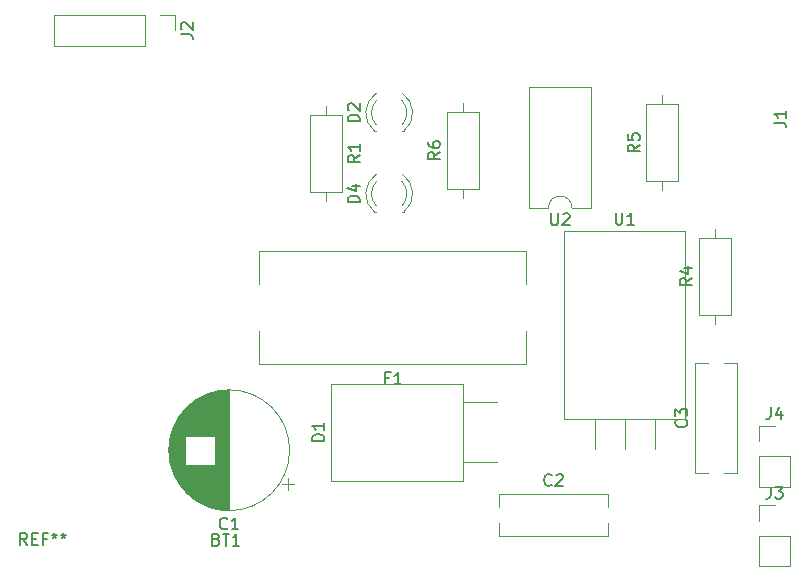
<source format=gbr>
G04 #@! TF.GenerationSoftware,KiCad,Pcbnew,5.0.2+dfsg1-1*
G04 #@! TF.CreationDate,2019-09-07T17:28:14+02:00*
G04 #@! TF.ProjectId,carte-alim,63617274-652d-4616-9c69-6d2e6b696361,rev?*
G04 #@! TF.SameCoordinates,PXb647d18PY5d9f878*
G04 #@! TF.FileFunction,Legend,Top*
G04 #@! TF.FilePolarity,Positive*
%FSLAX46Y46*%
G04 Gerber Fmt 4.6, Leading zero omitted, Abs format (unit mm)*
G04 Created by KiCad (PCBNEW 5.0.2+dfsg1-1) date sam. 07 sept. 2019 17:28:14 CEST*
%MOMM*%
%LPD*%
G01*
G04 APERTURE LIST*
%ADD10C,0.120000*%
%ADD11C,0.150000*%
G04 APERTURE END LIST*
D10*
G04 #@! TO.C,C2*
X47867000Y4923000D02*
X47867000Y3818000D01*
X47867000Y7358000D02*
X47867000Y6253000D01*
X38627000Y4923000D02*
X38627000Y3818000D01*
X38627000Y7358000D02*
X38627000Y6253000D01*
X38627000Y3818000D02*
X47867000Y3818000D01*
X38627000Y7358000D02*
X47867000Y7358000D01*
G04 #@! TO.C,C3*
X55253000Y9163000D02*
X55253000Y18403000D01*
X58793000Y9163000D02*
X58793000Y18403000D01*
X55253000Y9163000D02*
X56358000Y9163000D01*
X57688000Y9163000D02*
X58793000Y9163000D01*
X55253000Y18403000D02*
X56358000Y18403000D01*
X57688000Y18403000D02*
X58793000Y18403000D01*
G04 #@! TO.C,D1*
X35617000Y8453000D02*
X35617000Y16693000D01*
X24377000Y8453000D02*
X24377000Y16693000D01*
X24377000Y8453000D02*
X35617000Y8453000D01*
X24377000Y16693000D02*
X35617000Y16693000D01*
X35617000Y10033000D02*
X38447000Y10033000D01*
X35617000Y15113000D02*
X38431000Y15113000D01*
G04 #@! TO.C,D2*
X28258392Y41296335D02*
G75*
G03X28101484Y38064000I1078608J-1672335D01*
G01*
X30415608Y41296335D02*
G75*
G02X30572516Y38064000I-1078608J-1672335D01*
G01*
X28257163Y40665130D02*
G75*
G03X28257000Y38583039I1079837J-1041130D01*
G01*
X30416837Y40665130D02*
G75*
G02X30417000Y38583039I-1079837J-1041130D01*
G01*
X28101000Y38064000D02*
X28257000Y38064000D01*
X30417000Y38064000D02*
X30573000Y38064000D01*
G04 #@! TO.C,D4*
X30417000Y31206000D02*
X30573000Y31206000D01*
X28101000Y31206000D02*
X28257000Y31206000D01*
X30416837Y33807130D02*
G75*
G02X30417000Y31725039I-1079837J-1041130D01*
G01*
X28257163Y33807130D02*
G75*
G03X28257000Y31725039I1079837J-1041130D01*
G01*
X30415608Y34438335D02*
G75*
G02X30572516Y31206000I-1078608J-1672335D01*
G01*
X28258392Y34438335D02*
G75*
G03X28101484Y31206000I1078608J-1672335D01*
G01*
G04 #@! TO.C,F1*
X18294000Y27914000D02*
X18294000Y25114000D01*
X18294000Y21114000D02*
X18294000Y18314000D01*
X40894000Y21114000D02*
X40894000Y18314000D01*
X40894000Y18314000D02*
X18294000Y18314000D01*
X40894000Y27914000D02*
X18294000Y27914000D01*
X40894000Y27914000D02*
X40894000Y25114000D01*
G04 #@! TO.C,J2*
X956000Y47939000D02*
X956000Y45279000D01*
X8636000Y47939000D02*
X956000Y47939000D01*
X8636000Y45279000D02*
X956000Y45279000D01*
X8636000Y47939000D02*
X8636000Y45279000D01*
X9906000Y47939000D02*
X11236000Y47939000D01*
X11236000Y47939000D02*
X11236000Y46609000D01*
G04 #@! TO.C,J3*
X60646000Y1210000D02*
X63306000Y1210000D01*
X60646000Y3810000D02*
X60646000Y1210000D01*
X63306000Y3810000D02*
X63306000Y1210000D01*
X60646000Y3810000D02*
X63306000Y3810000D01*
X60646000Y5080000D02*
X60646000Y6410000D01*
X60646000Y6410000D02*
X61976000Y6410000D01*
G04 #@! TO.C,J4*
X60646000Y13141000D02*
X61976000Y13141000D01*
X60646000Y11811000D02*
X60646000Y13141000D01*
X60646000Y10541000D02*
X63306000Y10541000D01*
X63306000Y10541000D02*
X63306000Y7941000D01*
X60646000Y10541000D02*
X60646000Y7941000D01*
X60646000Y7941000D02*
X63306000Y7941000D01*
G04 #@! TO.C,R1*
X25373000Y39465000D02*
X22633000Y39465000D01*
X22633000Y39465000D02*
X22633000Y32925000D01*
X22633000Y32925000D02*
X25373000Y32925000D01*
X25373000Y32925000D02*
X25373000Y39465000D01*
X24003000Y40235000D02*
X24003000Y39465000D01*
X24003000Y32155000D02*
X24003000Y32925000D01*
G04 #@! TO.C,R4*
X56896000Y29821000D02*
X56896000Y29051000D01*
X56896000Y21741000D02*
X56896000Y22511000D01*
X55526000Y29051000D02*
X55526000Y22511000D01*
X58266000Y29051000D02*
X55526000Y29051000D01*
X58266000Y22511000D02*
X58266000Y29051000D01*
X55526000Y22511000D02*
X58266000Y22511000D01*
G04 #@! TO.C,R5*
X51081000Y33814000D02*
X53821000Y33814000D01*
X53821000Y33814000D02*
X53821000Y40354000D01*
X53821000Y40354000D02*
X51081000Y40354000D01*
X51081000Y40354000D02*
X51081000Y33814000D01*
X52451000Y33044000D02*
X52451000Y33814000D01*
X52451000Y41124000D02*
X52451000Y40354000D01*
G04 #@! TO.C,R6*
X35560000Y40489000D02*
X35560000Y39719000D01*
X35560000Y32409000D02*
X35560000Y33179000D01*
X34190000Y39719000D02*
X34190000Y33179000D01*
X36930000Y39719000D02*
X34190000Y39719000D01*
X36930000Y33179000D02*
X36930000Y39719000D01*
X34190000Y33179000D02*
X36930000Y33179000D01*
G04 #@! TO.C,U1*
X44156000Y13723000D02*
X54396000Y13723000D01*
X44156000Y29613000D02*
X54396000Y29613000D01*
X44156000Y29613000D02*
X44156000Y13723000D01*
X54396000Y29613000D02*
X54396000Y13723000D01*
X46736000Y13723000D02*
X46736000Y11183000D01*
X49276000Y13723000D02*
X49276000Y11183000D01*
X51816000Y13723000D02*
X51816000Y11183000D01*
G04 #@! TO.C,U2*
X42815000Y31563000D02*
G75*
G02X44815000Y31563000I1000000J0D01*
G01*
X44815000Y31563000D02*
X46465000Y31563000D01*
X46465000Y31563000D02*
X46465000Y41843000D01*
X46465000Y41843000D02*
X41165000Y41843000D01*
X41165000Y41843000D02*
X41165000Y31563000D01*
X41165000Y31563000D02*
X42815000Y31563000D01*
G04 #@! TO.C,C1*
X20908000Y11049000D02*
G75*
G03X20908000Y11049000I-5120000J0D01*
G01*
X15788000Y5969000D02*
X15788000Y16129000D01*
X15748000Y5969000D02*
X15748000Y16129000D01*
X15708000Y5969000D02*
X15708000Y16129000D01*
X15668000Y5970000D02*
X15668000Y16128000D01*
X15628000Y5971000D02*
X15628000Y16127000D01*
X15588000Y5972000D02*
X15588000Y16126000D01*
X15548000Y5974000D02*
X15548000Y16124000D01*
X15508000Y5976000D02*
X15508000Y16122000D01*
X15468000Y5979000D02*
X15468000Y16119000D01*
X15428000Y5981000D02*
X15428000Y16117000D01*
X15388000Y5984000D02*
X15388000Y16114000D01*
X15348000Y5987000D02*
X15348000Y16111000D01*
X15308000Y5991000D02*
X15308000Y16107000D01*
X15268000Y5995000D02*
X15268000Y16103000D01*
X15228000Y5999000D02*
X15228000Y16099000D01*
X15188000Y6004000D02*
X15188000Y16094000D01*
X15148000Y6009000D02*
X15148000Y16089000D01*
X15108000Y6014000D02*
X15108000Y16084000D01*
X15067000Y6019000D02*
X15067000Y16079000D01*
X15027000Y6025000D02*
X15027000Y16073000D01*
X14987000Y6031000D02*
X14987000Y16067000D01*
X14947000Y6038000D02*
X14947000Y16060000D01*
X14907000Y6045000D02*
X14907000Y16053000D01*
X14867000Y6052000D02*
X14867000Y16046000D01*
X14827000Y6059000D02*
X14827000Y16039000D01*
X14787000Y6067000D02*
X14787000Y16031000D01*
X14747000Y6075000D02*
X14747000Y16023000D01*
X14707000Y6084000D02*
X14707000Y16014000D01*
X14667000Y6093000D02*
X14667000Y16005000D01*
X14627000Y6102000D02*
X14627000Y15996000D01*
X14587000Y6111000D02*
X14587000Y15987000D01*
X14547000Y6121000D02*
X14547000Y15977000D01*
X14507000Y6131000D02*
X14507000Y9808000D01*
X14507000Y12290000D02*
X14507000Y15967000D01*
X14467000Y6142000D02*
X14467000Y9808000D01*
X14467000Y12290000D02*
X14467000Y15956000D01*
X14427000Y6152000D02*
X14427000Y9808000D01*
X14427000Y12290000D02*
X14427000Y15946000D01*
X14387000Y6164000D02*
X14387000Y9808000D01*
X14387000Y12290000D02*
X14387000Y15934000D01*
X14347000Y6175000D02*
X14347000Y9808000D01*
X14347000Y12290000D02*
X14347000Y15923000D01*
X14307000Y6187000D02*
X14307000Y9808000D01*
X14307000Y12290000D02*
X14307000Y15911000D01*
X14267000Y6199000D02*
X14267000Y9808000D01*
X14267000Y12290000D02*
X14267000Y15899000D01*
X14227000Y6212000D02*
X14227000Y9808000D01*
X14227000Y12290000D02*
X14227000Y15886000D01*
X14187000Y6225000D02*
X14187000Y9808000D01*
X14187000Y12290000D02*
X14187000Y15873000D01*
X14147000Y6238000D02*
X14147000Y9808000D01*
X14147000Y12290000D02*
X14147000Y15860000D01*
X14107000Y6252000D02*
X14107000Y9808000D01*
X14107000Y12290000D02*
X14107000Y15846000D01*
X14067000Y6266000D02*
X14067000Y9808000D01*
X14067000Y12290000D02*
X14067000Y15832000D01*
X14027000Y6281000D02*
X14027000Y9808000D01*
X14027000Y12290000D02*
X14027000Y15817000D01*
X13987000Y6295000D02*
X13987000Y9808000D01*
X13987000Y12290000D02*
X13987000Y15803000D01*
X13947000Y6311000D02*
X13947000Y9808000D01*
X13947000Y12290000D02*
X13947000Y15787000D01*
X13907000Y6326000D02*
X13907000Y9808000D01*
X13907000Y12290000D02*
X13907000Y15772000D01*
X13867000Y6342000D02*
X13867000Y9808000D01*
X13867000Y12290000D02*
X13867000Y15756000D01*
X13827000Y6359000D02*
X13827000Y9808000D01*
X13827000Y12290000D02*
X13827000Y15739000D01*
X13787000Y6375000D02*
X13787000Y9808000D01*
X13787000Y12290000D02*
X13787000Y15723000D01*
X13747000Y6392000D02*
X13747000Y9808000D01*
X13747000Y12290000D02*
X13747000Y15706000D01*
X13707000Y6410000D02*
X13707000Y9808000D01*
X13707000Y12290000D02*
X13707000Y15688000D01*
X13667000Y6428000D02*
X13667000Y9808000D01*
X13667000Y12290000D02*
X13667000Y15670000D01*
X13627000Y6446000D02*
X13627000Y9808000D01*
X13627000Y12290000D02*
X13627000Y15652000D01*
X13587000Y6465000D02*
X13587000Y9808000D01*
X13587000Y12290000D02*
X13587000Y15633000D01*
X13547000Y6485000D02*
X13547000Y9808000D01*
X13547000Y12290000D02*
X13547000Y15613000D01*
X13507000Y6504000D02*
X13507000Y9808000D01*
X13507000Y12290000D02*
X13507000Y15594000D01*
X13467000Y6524000D02*
X13467000Y9808000D01*
X13467000Y12290000D02*
X13467000Y15574000D01*
X13427000Y6545000D02*
X13427000Y9808000D01*
X13427000Y12290000D02*
X13427000Y15553000D01*
X13387000Y6566000D02*
X13387000Y9808000D01*
X13387000Y12290000D02*
X13387000Y15532000D01*
X13347000Y6587000D02*
X13347000Y9808000D01*
X13347000Y12290000D02*
X13347000Y15511000D01*
X13307000Y6609000D02*
X13307000Y9808000D01*
X13307000Y12290000D02*
X13307000Y15489000D01*
X13267000Y6632000D02*
X13267000Y9808000D01*
X13267000Y12290000D02*
X13267000Y15466000D01*
X13227000Y6654000D02*
X13227000Y9808000D01*
X13227000Y12290000D02*
X13227000Y15444000D01*
X13187000Y6678000D02*
X13187000Y9808000D01*
X13187000Y12290000D02*
X13187000Y15420000D01*
X13147000Y6702000D02*
X13147000Y9808000D01*
X13147000Y12290000D02*
X13147000Y15396000D01*
X13107000Y6726000D02*
X13107000Y9808000D01*
X13107000Y12290000D02*
X13107000Y15372000D01*
X13067000Y6751000D02*
X13067000Y9808000D01*
X13067000Y12290000D02*
X13067000Y15347000D01*
X13027000Y6776000D02*
X13027000Y9808000D01*
X13027000Y12290000D02*
X13027000Y15322000D01*
X12987000Y6802000D02*
X12987000Y9808000D01*
X12987000Y12290000D02*
X12987000Y15296000D01*
X12947000Y6828000D02*
X12947000Y9808000D01*
X12947000Y12290000D02*
X12947000Y15270000D01*
X12907000Y6855000D02*
X12907000Y9808000D01*
X12907000Y12290000D02*
X12907000Y15243000D01*
X12867000Y6883000D02*
X12867000Y9808000D01*
X12867000Y12290000D02*
X12867000Y15215000D01*
X12827000Y6911000D02*
X12827000Y9808000D01*
X12827000Y12290000D02*
X12827000Y15187000D01*
X12787000Y6939000D02*
X12787000Y9808000D01*
X12787000Y12290000D02*
X12787000Y15159000D01*
X12747000Y6969000D02*
X12747000Y9808000D01*
X12747000Y12290000D02*
X12747000Y15129000D01*
X12707000Y6999000D02*
X12707000Y9808000D01*
X12707000Y12290000D02*
X12707000Y15099000D01*
X12667000Y7029000D02*
X12667000Y9808000D01*
X12667000Y12290000D02*
X12667000Y15069000D01*
X12627000Y7060000D02*
X12627000Y9808000D01*
X12627000Y12290000D02*
X12627000Y15038000D01*
X12587000Y7092000D02*
X12587000Y9808000D01*
X12587000Y12290000D02*
X12587000Y15006000D01*
X12547000Y7124000D02*
X12547000Y9808000D01*
X12547000Y12290000D02*
X12547000Y14974000D01*
X12507000Y7157000D02*
X12507000Y9808000D01*
X12507000Y12290000D02*
X12507000Y14941000D01*
X12467000Y7191000D02*
X12467000Y9808000D01*
X12467000Y12290000D02*
X12467000Y14907000D01*
X12427000Y7225000D02*
X12427000Y9808000D01*
X12427000Y12290000D02*
X12427000Y14873000D01*
X12387000Y7260000D02*
X12387000Y9808000D01*
X12387000Y12290000D02*
X12387000Y14838000D01*
X12347000Y7296000D02*
X12347000Y9808000D01*
X12347000Y12290000D02*
X12347000Y14802000D01*
X12307000Y7333000D02*
X12307000Y9808000D01*
X12307000Y12290000D02*
X12307000Y14765000D01*
X12267000Y7370000D02*
X12267000Y9808000D01*
X12267000Y12290000D02*
X12267000Y14728000D01*
X12227000Y7409000D02*
X12227000Y9808000D01*
X12227000Y12290000D02*
X12227000Y14689000D01*
X12187000Y7448000D02*
X12187000Y9808000D01*
X12187000Y12290000D02*
X12187000Y14650000D01*
X12147000Y7488000D02*
X12147000Y9808000D01*
X12147000Y12290000D02*
X12147000Y14610000D01*
X12107000Y7529000D02*
X12107000Y9808000D01*
X12107000Y12290000D02*
X12107000Y14569000D01*
X12067000Y7571000D02*
X12067000Y9808000D01*
X12067000Y12290000D02*
X12067000Y14527000D01*
X12027000Y7613000D02*
X12027000Y14485000D01*
X11987000Y7657000D02*
X11987000Y14441000D01*
X11947000Y7702000D02*
X11947000Y14396000D01*
X11907000Y7748000D02*
X11907000Y14350000D01*
X11867000Y7795000D02*
X11867000Y14303000D01*
X11827000Y7843000D02*
X11827000Y14255000D01*
X11787000Y7893000D02*
X11787000Y14205000D01*
X11747000Y7943000D02*
X11747000Y14155000D01*
X11707000Y7995000D02*
X11707000Y14103000D01*
X11667000Y8049000D02*
X11667000Y14049000D01*
X11627000Y8104000D02*
X11627000Y13994000D01*
X11587000Y8160000D02*
X11587000Y13938000D01*
X11547000Y8219000D02*
X11547000Y13879000D01*
X11507000Y8279000D02*
X11507000Y13819000D01*
X11467000Y8340000D02*
X11467000Y13758000D01*
X11427000Y8404000D02*
X11427000Y13694000D01*
X11387000Y8470000D02*
X11387000Y13628000D01*
X11347000Y8539000D02*
X11347000Y13559000D01*
X11307000Y8610000D02*
X11307000Y13488000D01*
X11267000Y8684000D02*
X11267000Y13414000D01*
X11227000Y8760000D02*
X11227000Y13338000D01*
X11187000Y8840000D02*
X11187000Y13258000D01*
X11147000Y8924000D02*
X11147000Y13174000D01*
X11107000Y9012000D02*
X11107000Y13086000D01*
X11067000Y9105000D02*
X11067000Y12993000D01*
X11027000Y9203000D02*
X11027000Y12895000D01*
X10987000Y9307000D02*
X10987000Y12791000D01*
X10947000Y9419000D02*
X10947000Y12679000D01*
X10907000Y9539000D02*
X10907000Y12559000D01*
X10867000Y9671000D02*
X10867000Y12427000D01*
X10827000Y9819000D02*
X10827000Y12279000D01*
X10787000Y9987000D02*
X10787000Y12111000D01*
X10747000Y10187000D02*
X10747000Y11911000D01*
X10707000Y10450000D02*
X10707000Y11648000D01*
X21267646Y8174000D02*
X20267646Y8174000D01*
X20767646Y7674000D02*
X20767646Y8674000D01*
G04 #@! TO.C,BT1*
D11*
X14708285Y3500429D02*
X14851142Y3452810D01*
X14898761Y3405191D01*
X14946380Y3309953D01*
X14946380Y3167096D01*
X14898761Y3071858D01*
X14851142Y3024239D01*
X14755904Y2976620D01*
X14374952Y2976620D01*
X14374952Y3976620D01*
X14708285Y3976620D01*
X14803523Y3929000D01*
X14851142Y3881381D01*
X14898761Y3786143D01*
X14898761Y3690905D01*
X14851142Y3595667D01*
X14803523Y3548048D01*
X14708285Y3500429D01*
X14374952Y3500429D01*
X15232095Y3976620D02*
X15803523Y3976620D01*
X15517809Y2976620D02*
X15517809Y3976620D01*
X16660666Y2976620D02*
X16089238Y2976620D01*
X16374952Y2976620D02*
X16374952Y3976620D01*
X16279714Y3833762D01*
X16184476Y3738524D01*
X16089238Y3690905D01*
G04 #@! TO.C,C2*
X43080333Y8130858D02*
X43032714Y8083239D01*
X42889857Y8035620D01*
X42794619Y8035620D01*
X42651761Y8083239D01*
X42556523Y8178477D01*
X42508904Y8273715D01*
X42461285Y8464191D01*
X42461285Y8607048D01*
X42508904Y8797524D01*
X42556523Y8892762D01*
X42651761Y8988000D01*
X42794619Y9035620D01*
X42889857Y9035620D01*
X43032714Y8988000D01*
X43080333Y8940381D01*
X43461285Y8940381D02*
X43508904Y8988000D01*
X43604142Y9035620D01*
X43842238Y9035620D01*
X43937476Y8988000D01*
X43985095Y8940381D01*
X44032714Y8845143D01*
X44032714Y8749905D01*
X43985095Y8607048D01*
X43413666Y8035620D01*
X44032714Y8035620D01*
G04 #@! TO.C,C3*
X54480142Y13616334D02*
X54527761Y13568715D01*
X54575380Y13425858D01*
X54575380Y13330620D01*
X54527761Y13187762D01*
X54432523Y13092524D01*
X54337285Y13044905D01*
X54146809Y12997286D01*
X54003952Y12997286D01*
X53813476Y13044905D01*
X53718238Y13092524D01*
X53623000Y13187762D01*
X53575380Y13330620D01*
X53575380Y13425858D01*
X53623000Y13568715D01*
X53670619Y13616334D01*
X53575380Y13949667D02*
X53575380Y14568715D01*
X53956333Y14235381D01*
X53956333Y14378239D01*
X54003952Y14473477D01*
X54051571Y14521096D01*
X54146809Y14568715D01*
X54384904Y14568715D01*
X54480142Y14521096D01*
X54527761Y14473477D01*
X54575380Y14378239D01*
X54575380Y14092524D01*
X54527761Y13997286D01*
X54480142Y13949667D01*
G04 #@! TO.C,D1*
X23829380Y11834905D02*
X22829380Y11834905D01*
X22829380Y12073000D01*
X22877000Y12215858D01*
X22972238Y12311096D01*
X23067476Y12358715D01*
X23257952Y12406334D01*
X23400809Y12406334D01*
X23591285Y12358715D01*
X23686523Y12311096D01*
X23781761Y12215858D01*
X23829380Y12073000D01*
X23829380Y11834905D01*
X23829380Y13358715D02*
X23829380Y12787286D01*
X23829380Y13073000D02*
X22829380Y13073000D01*
X22972238Y12977762D01*
X23067476Y12882524D01*
X23115095Y12787286D01*
G04 #@! TO.C,D2*
X26829380Y38885905D02*
X25829380Y38885905D01*
X25829380Y39124000D01*
X25877000Y39266858D01*
X25972238Y39362096D01*
X26067476Y39409715D01*
X26257952Y39457334D01*
X26400809Y39457334D01*
X26591285Y39409715D01*
X26686523Y39362096D01*
X26781761Y39266858D01*
X26829380Y39124000D01*
X26829380Y38885905D01*
X25924619Y39838286D02*
X25877000Y39885905D01*
X25829380Y39981143D01*
X25829380Y40219239D01*
X25877000Y40314477D01*
X25924619Y40362096D01*
X26019857Y40409715D01*
X26115095Y40409715D01*
X26257952Y40362096D01*
X26829380Y39790667D01*
X26829380Y40409715D01*
G04 #@! TO.C,D4*
X26829380Y32027905D02*
X25829380Y32027905D01*
X25829380Y32266000D01*
X25877000Y32408858D01*
X25972238Y32504096D01*
X26067476Y32551715D01*
X26257952Y32599334D01*
X26400809Y32599334D01*
X26591285Y32551715D01*
X26686523Y32504096D01*
X26781761Y32408858D01*
X26829380Y32266000D01*
X26829380Y32027905D01*
X26162714Y33456477D02*
X26829380Y33456477D01*
X25781761Y33218381D02*
X26496047Y32980286D01*
X26496047Y33599334D01*
G04 #@! TO.C,F1*
X29310666Y17185429D02*
X28977333Y17185429D01*
X28977333Y16661620D02*
X28977333Y17661620D01*
X29453523Y17661620D01*
X30358285Y16661620D02*
X29786857Y16661620D01*
X30072571Y16661620D02*
X30072571Y17661620D01*
X29977333Y17518762D01*
X29882095Y17423524D01*
X29786857Y17375905D01*
G04 #@! TO.C,J1*
X61936380Y38782667D02*
X62650666Y38782667D01*
X62793523Y38735048D01*
X62888761Y38639810D01*
X62936380Y38496953D01*
X62936380Y38401715D01*
X62936380Y39782667D02*
X62936380Y39211239D01*
X62936380Y39496953D02*
X61936380Y39496953D01*
X62079238Y39401715D01*
X62174476Y39306477D01*
X62222095Y39211239D01*
G04 #@! TO.C,J2*
X11688380Y46275667D02*
X12402666Y46275667D01*
X12545523Y46228048D01*
X12640761Y46132810D01*
X12688380Y45989953D01*
X12688380Y45894715D01*
X11783619Y46704239D02*
X11736000Y46751858D01*
X11688380Y46847096D01*
X11688380Y47085191D01*
X11736000Y47180429D01*
X11783619Y47228048D01*
X11878857Y47275667D01*
X11974095Y47275667D01*
X12116952Y47228048D01*
X12688380Y46656620D01*
X12688380Y47275667D01*
G04 #@! TO.C,J3*
X61642666Y7957620D02*
X61642666Y7243334D01*
X61595047Y7100477D01*
X61499809Y7005239D01*
X61356952Y6957620D01*
X61261714Y6957620D01*
X62023619Y7957620D02*
X62642666Y7957620D01*
X62309333Y7576667D01*
X62452190Y7576667D01*
X62547428Y7529048D01*
X62595047Y7481429D01*
X62642666Y7386191D01*
X62642666Y7148096D01*
X62595047Y7052858D01*
X62547428Y7005239D01*
X62452190Y6957620D01*
X62166476Y6957620D01*
X62071238Y7005239D01*
X62023619Y7052858D01*
G04 #@! TO.C,J4*
X61642666Y14688620D02*
X61642666Y13974334D01*
X61595047Y13831477D01*
X61499809Y13736239D01*
X61356952Y13688620D01*
X61261714Y13688620D01*
X62547428Y14355286D02*
X62547428Y13688620D01*
X62309333Y14736239D02*
X62071238Y14021953D01*
X62690285Y14021953D01*
G04 #@! TO.C,R1*
X26825380Y36028334D02*
X26349190Y35695000D01*
X26825380Y35456905D02*
X25825380Y35456905D01*
X25825380Y35837858D01*
X25873000Y35933096D01*
X25920619Y35980715D01*
X26015857Y36028334D01*
X26158714Y36028334D01*
X26253952Y35980715D01*
X26301571Y35933096D01*
X26349190Y35837858D01*
X26349190Y35456905D01*
X26825380Y36980715D02*
X26825380Y36409286D01*
X26825380Y36695000D02*
X25825380Y36695000D01*
X25968238Y36599762D01*
X26063476Y36504524D01*
X26111095Y36409286D01*
G04 #@! TO.C,R4*
X54978380Y25614334D02*
X54502190Y25281000D01*
X54978380Y25042905D02*
X53978380Y25042905D01*
X53978380Y25423858D01*
X54026000Y25519096D01*
X54073619Y25566715D01*
X54168857Y25614334D01*
X54311714Y25614334D01*
X54406952Y25566715D01*
X54454571Y25519096D01*
X54502190Y25423858D01*
X54502190Y25042905D01*
X54311714Y26471477D02*
X54978380Y26471477D01*
X53930761Y26233381D02*
X54645047Y25995286D01*
X54645047Y26614334D01*
G04 #@! TO.C,R5*
X50533380Y36917334D02*
X50057190Y36584000D01*
X50533380Y36345905D02*
X49533380Y36345905D01*
X49533380Y36726858D01*
X49581000Y36822096D01*
X49628619Y36869715D01*
X49723857Y36917334D01*
X49866714Y36917334D01*
X49961952Y36869715D01*
X50009571Y36822096D01*
X50057190Y36726858D01*
X50057190Y36345905D01*
X49533380Y37822096D02*
X49533380Y37345905D01*
X50009571Y37298286D01*
X49961952Y37345905D01*
X49914333Y37441143D01*
X49914333Y37679239D01*
X49961952Y37774477D01*
X50009571Y37822096D01*
X50104809Y37869715D01*
X50342904Y37869715D01*
X50438142Y37822096D01*
X50485761Y37774477D01*
X50533380Y37679239D01*
X50533380Y37441143D01*
X50485761Y37345905D01*
X50438142Y37298286D01*
G04 #@! TO.C,R6*
X33642380Y36282334D02*
X33166190Y35949000D01*
X33642380Y35710905D02*
X32642380Y35710905D01*
X32642380Y36091858D01*
X32690000Y36187096D01*
X32737619Y36234715D01*
X32832857Y36282334D01*
X32975714Y36282334D01*
X33070952Y36234715D01*
X33118571Y36187096D01*
X33166190Y36091858D01*
X33166190Y35710905D01*
X32642380Y37139477D02*
X32642380Y36949000D01*
X32690000Y36853762D01*
X32737619Y36806143D01*
X32880476Y36710905D01*
X33070952Y36663286D01*
X33451904Y36663286D01*
X33547142Y36710905D01*
X33594761Y36758524D01*
X33642380Y36853762D01*
X33642380Y37044239D01*
X33594761Y37139477D01*
X33547142Y37187096D01*
X33451904Y37234715D01*
X33213809Y37234715D01*
X33118571Y37187096D01*
X33070952Y37139477D01*
X33023333Y37044239D01*
X33023333Y36853762D01*
X33070952Y36758524D01*
X33118571Y36710905D01*
X33213809Y36663286D01*
G04 #@! TO.C,U1*
X48514095Y31160620D02*
X48514095Y30351096D01*
X48561714Y30255858D01*
X48609333Y30208239D01*
X48704571Y30160620D01*
X48895047Y30160620D01*
X48990285Y30208239D01*
X49037904Y30255858D01*
X49085523Y30351096D01*
X49085523Y31160620D01*
X50085523Y30160620D02*
X49514095Y30160620D01*
X49799809Y30160620D02*
X49799809Y31160620D01*
X49704571Y31017762D01*
X49609333Y30922524D01*
X49514095Y30874905D01*
G04 #@! TO.C,U2*
X43053095Y31110620D02*
X43053095Y30301096D01*
X43100714Y30205858D01*
X43148333Y30158239D01*
X43243571Y30110620D01*
X43434047Y30110620D01*
X43529285Y30158239D01*
X43576904Y30205858D01*
X43624523Y30301096D01*
X43624523Y31110620D01*
X44053095Y31015381D02*
X44100714Y31063000D01*
X44195952Y31110620D01*
X44434047Y31110620D01*
X44529285Y31063000D01*
X44576904Y31015381D01*
X44624523Y30920143D01*
X44624523Y30824905D01*
X44576904Y30682048D01*
X44005476Y30110620D01*
X44624523Y30110620D01*
G04 #@! TO.C,C1*
X15621333Y4441858D02*
X15573714Y4394239D01*
X15430857Y4346620D01*
X15335619Y4346620D01*
X15192761Y4394239D01*
X15097523Y4489477D01*
X15049904Y4584715D01*
X15002285Y4775191D01*
X15002285Y4918048D01*
X15049904Y5108524D01*
X15097523Y5203762D01*
X15192761Y5299000D01*
X15335619Y5346620D01*
X15430857Y5346620D01*
X15573714Y5299000D01*
X15621333Y5251381D01*
X16573714Y4346620D02*
X16002285Y4346620D01*
X16288000Y4346620D02*
X16288000Y5346620D01*
X16192761Y5203762D01*
X16097523Y5108524D01*
X16002285Y5060905D01*
G04 #@! TO.C,REF\002A\002A*
X-1333334Y3047620D02*
X-1666667Y3523810D01*
X-1904762Y3047620D02*
X-1904762Y4047620D01*
X-1523810Y4047620D01*
X-1428572Y4000000D01*
X-1380953Y3952381D01*
X-1333334Y3857143D01*
X-1333334Y3714286D01*
X-1380953Y3619048D01*
X-1428572Y3571429D01*
X-1523810Y3523810D01*
X-1904762Y3523810D01*
X-904762Y3571429D02*
X-571429Y3571429D01*
X-428572Y3047620D02*
X-904762Y3047620D01*
X-904762Y4047620D01*
X-428572Y4047620D01*
X333333Y3571429D02*
X0Y3571429D01*
X0Y3047620D02*
X0Y4047620D01*
X476190Y4047620D01*
X1000000Y4047620D02*
X1000000Y3809524D01*
X761904Y3904762D02*
X1000000Y3809524D01*
X1238095Y3904762D01*
X857142Y3619048D02*
X1000000Y3809524D01*
X1142857Y3619048D01*
X1761904Y4047620D02*
X1761904Y3809524D01*
X1523809Y3904762D02*
X1761904Y3809524D01*
X2000000Y3904762D01*
X1619047Y3619048D02*
X1761904Y3809524D01*
X1904761Y3619048D01*
G04 #@! TD*
M02*

</source>
